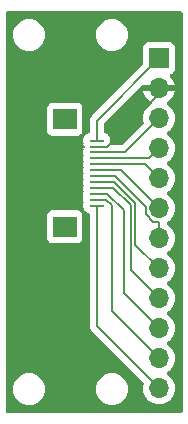
<source format=gbr>
%TF.GenerationSoftware,KiCad,Pcbnew,(7.0.0-0)*%
%TF.CreationDate,2023-06-30T11:37:05+08:00*%
%TF.ProjectId,cirque-connector,63697271-7565-42d6-936f-6e6e6563746f,rev?*%
%TF.SameCoordinates,Original*%
%TF.FileFunction,Copper,L1,Top*%
%TF.FilePolarity,Positive*%
%FSLAX46Y46*%
G04 Gerber Fmt 4.6, Leading zero omitted, Abs format (unit mm)*
G04 Created by KiCad (PCBNEW (7.0.0-0)) date 2023-06-30 11:37:05*
%MOMM*%
%LPD*%
G01*
G04 APERTURE LIST*
%TA.AperFunction,ComponentPad*%
%ADD10R,1.700000X1.700000*%
%TD*%
%TA.AperFunction,ComponentPad*%
%ADD11O,1.700000X1.700000*%
%TD*%
%TA.AperFunction,SMDPad,CuDef*%
%ADD12R,1.250000X0.280000*%
%TD*%
%TA.AperFunction,SMDPad,CuDef*%
%ADD13R,2.000000X1.800000*%
%TD*%
%TA.AperFunction,Conductor*%
%ADD14C,0.200000*%
%TD*%
G04 APERTURE END LIST*
D10*
%TO.P,J2,1,Pin_1*%
%TO.N,/3V*%
X40999999Y-54979999D03*
D11*
%TO.P,J2,2,Pin_2*%
%TO.N,/GND*%
X40999999Y-57519999D03*
%TO.P,J2,3,Pin_3*%
%TO.N,/SDA*%
X40999999Y-60059999D03*
%TO.P,J2,4,Pin_4*%
%TO.N,/SCL*%
X40999999Y-62599999D03*
%TO.P,J2,5,Pin_5*%
%TO.N,Net-(J1-Pin_5)*%
X40999999Y-65139999D03*
%TO.P,J2,6,Pin_6*%
%TO.N,/B2*%
X40999999Y-67679999D03*
%TO.P,J2,7,Pin_7*%
%TO.N,Net-(J1-Pin_7)*%
X40999999Y-70219999D03*
%TO.P,J2,8,Pin_8*%
%TO.N,/SI*%
X40999999Y-72759999D03*
%TO.P,J2,9,Pin_9*%
%TO.N,/DR*%
X40999999Y-75299999D03*
%TO.P,J2,10,Pin_10*%
%TO.N,/SS*%
X40999999Y-77839999D03*
%TO.P,J2,11,Pin_11*%
%TO.N,/SO*%
X40999999Y-80379999D03*
%TO.P,J2,12,Pin_12*%
%TO.N,/SCK*%
X40999999Y-82919999D03*
%TD*%
D12*
%TO.P,J1,1,Pin_1*%
%TO.N,/3V*%
X35723999Y-61949999D03*
%TO.P,J1,2,Pin_2*%
%TO.N,/GND*%
X35723999Y-62449999D03*
%TO.P,J1,3,Pin_3*%
%TO.N,/SDA*%
X35723999Y-62949999D03*
%TO.P,J1,4,Pin_4*%
%TO.N,/SCL*%
X35723999Y-63449999D03*
%TO.P,J1,5,Pin_5*%
%TO.N,Net-(J1-Pin_5)*%
X35723999Y-63949999D03*
%TO.P,J1,6,Pin_6*%
%TO.N,/B2*%
X35723999Y-64449999D03*
%TO.P,J1,7,Pin_7*%
%TO.N,Net-(J1-Pin_7)*%
X35723999Y-64949999D03*
%TO.P,J1,8,Pin_8*%
%TO.N,/SI*%
X35723999Y-65449999D03*
%TO.P,J1,9,Pin_9*%
%TO.N,/DR*%
X35723999Y-65949999D03*
%TO.P,J1,10,Pin_10*%
%TO.N,/SS*%
X35723999Y-66449999D03*
%TO.P,J1,11,Pin_11*%
%TO.N,/SO*%
X35723999Y-66949999D03*
%TO.P,J1,12,Pin_12*%
%TO.N,/SCK*%
X35723999Y-67449999D03*
D13*
%TO.P,J1,13*%
%TO.N,N/C*%
X32999999Y-69249999D03*
%TO.P,J1,14*%
X32999999Y-60149999D03*
%TD*%
D14*
%TO.N,/3V*%
X35724000Y-61950000D02*
X35724000Y-60256000D01*
X35724000Y-60256000D02*
X41000000Y-54980000D01*
%TO.N,/GND*%
X35724000Y-62450000D02*
X36589000Y-62450000D01*
X36589000Y-62450000D02*
X41000000Y-58039000D01*
X41000000Y-58039000D02*
X41000000Y-57520000D01*
%TO.N,/SDA*%
X38110000Y-62950000D02*
X41000000Y-60060000D01*
X35724000Y-62950000D02*
X38110000Y-62950000D01*
%TO.N,/SCL*%
X35724000Y-63450000D02*
X40150000Y-63450000D01*
X40150000Y-63450000D02*
X41000000Y-62600000D01*
%TO.N,Net-(J1-Pin_5)*%
X35724000Y-63950000D02*
X39810000Y-63950000D01*
X39810000Y-63950000D02*
X41000000Y-65140000D01*
%TO.N,/B2*%
X35724000Y-64450000D02*
X37770000Y-64450000D01*
X37770000Y-64450000D02*
X41000000Y-67680000D01*
%TO.N,Net-(J1-Pin_7)*%
X39850000Y-67530500D02*
X39850000Y-68156346D01*
X40523654Y-68830000D02*
X41000000Y-68830000D01*
X37269500Y-64950000D02*
X39850000Y-67530500D01*
X39850000Y-68156346D02*
X40523654Y-68830000D01*
X41000000Y-68830000D02*
X41000000Y-70220000D01*
X35724000Y-64950000D02*
X37269500Y-64950000D01*
%TO.N,/SI*%
X39000000Y-67246186D02*
X39000000Y-70760000D01*
X37203814Y-65450000D02*
X39000000Y-67246186D01*
X39000000Y-70760000D02*
X41000000Y-72760000D01*
X35724000Y-65450000D02*
X37203814Y-65450000D01*
%TO.N,/DR*%
X38600000Y-67411872D02*
X38600000Y-72900000D01*
X35724000Y-65950000D02*
X37138128Y-65950000D01*
X38600000Y-72900000D02*
X41000000Y-75300000D01*
X37138128Y-65950000D02*
X38600000Y-67411872D01*
%TO.N,/SS*%
X38000000Y-74840000D02*
X41000000Y-77840000D01*
X38000000Y-67861000D02*
X38000000Y-74840000D01*
X36589000Y-66450000D02*
X38000000Y-67861000D01*
X35724000Y-66450000D02*
X36589000Y-66450000D01*
%TO.N,/SO*%
X37000000Y-76380000D02*
X41000000Y-80380000D01*
X37000000Y-67426686D02*
X37000000Y-76380000D01*
X36523314Y-66950000D02*
X37000000Y-67426686D01*
X35724000Y-66950000D02*
X36523314Y-66950000D01*
%TO.N,/SCK*%
X35724000Y-77644000D02*
X41000000Y-82920000D01*
X35724000Y-67450000D02*
X35724000Y-77644000D01*
%TD*%
%TA.AperFunction,Conductor*%
%TO.N,/GND*%
G36*
X42927500Y-51027113D02*
G01*
X42972887Y-51072500D01*
X42989500Y-51134500D01*
X42989500Y-84865500D01*
X42972887Y-84927500D01*
X42927500Y-84972887D01*
X42865500Y-84989500D01*
X28134500Y-84989500D01*
X28072500Y-84972887D01*
X28027113Y-84927500D01*
X28010500Y-84865500D01*
X28010500Y-83000000D01*
X28644341Y-83000000D01*
X28664937Y-83235408D01*
X28666336Y-83240630D01*
X28666337Y-83240634D01*
X28724694Y-83458430D01*
X28724697Y-83458438D01*
X28726097Y-83463663D01*
X28825965Y-83677829D01*
X28961505Y-83871401D01*
X29128599Y-84038495D01*
X29322171Y-84174035D01*
X29536337Y-84273903D01*
X29541567Y-84275304D01*
X29541569Y-84275305D01*
X29583619Y-84286572D01*
X29764592Y-84335063D01*
X29941034Y-84350500D01*
X30056258Y-84350500D01*
X30058966Y-84350500D01*
X30235408Y-84335063D01*
X30463663Y-84273903D01*
X30677829Y-84174035D01*
X30871401Y-84038495D01*
X31038495Y-83871401D01*
X31174035Y-83677830D01*
X31273903Y-83463663D01*
X31335063Y-83235408D01*
X31355659Y-83000000D01*
X35644341Y-83000000D01*
X35664937Y-83235408D01*
X35666336Y-83240630D01*
X35666337Y-83240634D01*
X35724694Y-83458430D01*
X35724697Y-83458438D01*
X35726097Y-83463663D01*
X35825965Y-83677829D01*
X35961505Y-83871401D01*
X36128599Y-84038495D01*
X36322171Y-84174035D01*
X36536337Y-84273903D01*
X36541567Y-84275304D01*
X36541569Y-84275305D01*
X36583619Y-84286572D01*
X36764592Y-84335063D01*
X36941034Y-84350500D01*
X37056258Y-84350500D01*
X37058966Y-84350500D01*
X37235408Y-84335063D01*
X37463663Y-84273903D01*
X37677829Y-84174035D01*
X37871401Y-84038495D01*
X38038495Y-83871401D01*
X38174035Y-83677830D01*
X38273903Y-83463663D01*
X38335063Y-83235408D01*
X38355659Y-83000000D01*
X38335063Y-82764592D01*
X38273903Y-82536337D01*
X38174035Y-82322171D01*
X38038495Y-82128599D01*
X37871401Y-81961505D01*
X37677829Y-81825965D01*
X37609908Y-81794292D01*
X37468572Y-81728386D01*
X37468570Y-81728385D01*
X37463663Y-81726097D01*
X37458438Y-81724697D01*
X37458430Y-81724694D01*
X37240634Y-81666337D01*
X37240630Y-81666336D01*
X37235408Y-81664937D01*
X37230020Y-81664465D01*
X37230017Y-81664465D01*
X37061664Y-81649736D01*
X37061662Y-81649735D01*
X37058966Y-81649500D01*
X36941034Y-81649500D01*
X36938338Y-81649735D01*
X36938335Y-81649736D01*
X36769982Y-81664465D01*
X36769977Y-81664465D01*
X36764592Y-81664937D01*
X36759371Y-81666335D01*
X36759365Y-81666337D01*
X36541569Y-81724694D01*
X36541557Y-81724698D01*
X36536337Y-81726097D01*
X36531432Y-81728383D01*
X36531427Y-81728386D01*
X36327081Y-81823675D01*
X36327077Y-81823677D01*
X36322171Y-81825965D01*
X36317738Y-81829068D01*
X36317731Y-81829073D01*
X36133034Y-81958399D01*
X36133029Y-81958402D01*
X36128599Y-81961505D01*
X36124775Y-81965328D01*
X36124769Y-81965334D01*
X35965336Y-82124767D01*
X35965330Y-82124773D01*
X35961505Y-82128599D01*
X35958406Y-82133023D01*
X35958399Y-82133033D01*
X35829066Y-82317740D01*
X35829061Y-82317747D01*
X35825965Y-82322170D01*
X35823683Y-82327061D01*
X35823678Y-82327072D01*
X35728386Y-82531427D01*
X35728383Y-82531432D01*
X35726097Y-82536337D01*
X35724698Y-82541557D01*
X35724694Y-82541569D01*
X35666337Y-82759365D01*
X35666335Y-82759371D01*
X35664937Y-82764592D01*
X35644341Y-83000000D01*
X31355659Y-83000000D01*
X31335063Y-82764592D01*
X31273903Y-82536337D01*
X31174035Y-82322171D01*
X31038495Y-82128599D01*
X30871401Y-81961505D01*
X30677829Y-81825965D01*
X30609908Y-81794292D01*
X30468572Y-81728386D01*
X30468570Y-81728385D01*
X30463663Y-81726097D01*
X30458438Y-81724697D01*
X30458430Y-81724694D01*
X30240634Y-81666337D01*
X30240630Y-81666336D01*
X30235408Y-81664937D01*
X30230020Y-81664465D01*
X30230017Y-81664465D01*
X30061664Y-81649736D01*
X30061662Y-81649735D01*
X30058966Y-81649500D01*
X29941034Y-81649500D01*
X29938338Y-81649735D01*
X29938335Y-81649736D01*
X29769982Y-81664465D01*
X29769977Y-81664465D01*
X29764592Y-81664937D01*
X29759371Y-81666335D01*
X29759365Y-81666337D01*
X29541569Y-81724694D01*
X29541557Y-81724698D01*
X29536337Y-81726097D01*
X29531432Y-81728383D01*
X29531427Y-81728386D01*
X29327081Y-81823675D01*
X29327077Y-81823677D01*
X29322171Y-81825965D01*
X29317738Y-81829068D01*
X29317731Y-81829073D01*
X29133034Y-81958399D01*
X29133029Y-81958402D01*
X29128599Y-81961505D01*
X29124775Y-81965328D01*
X29124769Y-81965334D01*
X28965336Y-82124767D01*
X28965330Y-82124773D01*
X28961505Y-82128599D01*
X28958406Y-82133023D01*
X28958399Y-82133033D01*
X28829066Y-82317740D01*
X28829061Y-82317747D01*
X28825965Y-82322170D01*
X28823683Y-82327061D01*
X28823678Y-82327072D01*
X28728386Y-82531427D01*
X28728383Y-82531432D01*
X28726097Y-82536337D01*
X28724698Y-82541557D01*
X28724694Y-82541569D01*
X28666337Y-82759365D01*
X28666335Y-82759371D01*
X28664937Y-82764592D01*
X28644341Y-83000000D01*
X28010500Y-83000000D01*
X28010500Y-70194578D01*
X31499500Y-70194578D01*
X31499501Y-70197872D01*
X31499853Y-70201150D01*
X31499854Y-70201161D01*
X31505079Y-70249768D01*
X31505080Y-70249773D01*
X31505909Y-70257483D01*
X31508619Y-70264749D01*
X31508620Y-70264753D01*
X31542217Y-70354831D01*
X31556204Y-70392331D01*
X31642454Y-70507546D01*
X31757669Y-70593796D01*
X31892517Y-70644091D01*
X31952127Y-70650500D01*
X34047872Y-70650499D01*
X34107483Y-70644091D01*
X34242331Y-70593796D01*
X34357546Y-70507546D01*
X34443796Y-70392331D01*
X34494091Y-70257483D01*
X34500500Y-70197873D01*
X34500499Y-68302128D01*
X34494091Y-68242517D01*
X34443796Y-68107669D01*
X34357546Y-67992454D01*
X34288076Y-67940449D01*
X34249431Y-67911519D01*
X34249430Y-67911518D01*
X34242331Y-67906204D01*
X34107483Y-67855909D01*
X34099770Y-67855079D01*
X34099767Y-67855079D01*
X34051180Y-67849855D01*
X34051169Y-67849854D01*
X34047873Y-67849500D01*
X34044550Y-67849500D01*
X31955439Y-67849500D01*
X31955420Y-67849500D01*
X31952128Y-67849501D01*
X31948850Y-67849853D01*
X31948838Y-67849854D01*
X31900231Y-67855079D01*
X31900225Y-67855080D01*
X31892517Y-67855909D01*
X31885252Y-67858618D01*
X31885246Y-67858620D01*
X31765980Y-67903104D01*
X31765978Y-67903104D01*
X31757669Y-67906204D01*
X31750572Y-67911516D01*
X31750568Y-67911519D01*
X31649550Y-67987141D01*
X31649546Y-67987144D01*
X31642454Y-67992454D01*
X31637144Y-67999546D01*
X31637141Y-67999550D01*
X31561519Y-68100568D01*
X31561516Y-68100572D01*
X31556204Y-68107669D01*
X31553104Y-68115978D01*
X31553104Y-68115980D01*
X31508620Y-68235247D01*
X31508619Y-68235250D01*
X31505909Y-68242517D01*
X31505079Y-68250227D01*
X31505079Y-68250232D01*
X31499855Y-68298819D01*
X31499854Y-68298831D01*
X31499500Y-68302127D01*
X31499500Y-68305448D01*
X31499500Y-68305449D01*
X31499500Y-70194560D01*
X31499500Y-70194578D01*
X28010500Y-70194578D01*
X28010500Y-67634578D01*
X34598500Y-67634578D01*
X34598501Y-67637872D01*
X34598853Y-67641150D01*
X34598854Y-67641161D01*
X34604079Y-67689768D01*
X34604080Y-67689773D01*
X34604909Y-67697483D01*
X34607619Y-67704749D01*
X34607620Y-67704753D01*
X34641217Y-67794831D01*
X34655204Y-67832331D01*
X34660518Y-67839430D01*
X34660519Y-67839431D01*
X34672854Y-67855909D01*
X34741454Y-67947546D01*
X34856669Y-68033796D01*
X34991517Y-68084091D01*
X35007985Y-68085861D01*
X35012758Y-68086375D01*
X35069005Y-68106975D01*
X35109032Y-68151537D01*
X35123500Y-68209664D01*
X35123500Y-77596513D01*
X35122438Y-77612698D01*
X35118318Y-77644000D01*
X35119379Y-77652059D01*
X35123500Y-77683361D01*
X35137894Y-77792702D01*
X35137895Y-77792708D01*
X35138956Y-77800762D01*
X35142065Y-77808268D01*
X35142066Y-77808271D01*
X35157444Y-77845396D01*
X35199464Y-77946841D01*
X35295718Y-78072282D01*
X35302164Y-78077228D01*
X35320769Y-78091504D01*
X35332964Y-78102199D01*
X39667233Y-82436468D01*
X39699327Y-82492055D01*
X39699327Y-82556241D01*
X39666337Y-82679362D01*
X39666334Y-82679376D01*
X39664937Y-82684592D01*
X39664465Y-82689977D01*
X39664465Y-82689982D01*
X39657466Y-82769982D01*
X39644341Y-82920000D01*
X39664937Y-83155408D01*
X39666336Y-83160630D01*
X39666337Y-83160634D01*
X39724694Y-83378430D01*
X39724697Y-83378438D01*
X39726097Y-83383663D01*
X39728385Y-83388570D01*
X39728386Y-83388572D01*
X39823678Y-83592927D01*
X39823681Y-83592933D01*
X39825965Y-83597830D01*
X39829064Y-83602257D01*
X39829066Y-83602259D01*
X39958399Y-83786966D01*
X39958402Y-83786970D01*
X39961505Y-83791401D01*
X40128599Y-83958495D01*
X40322170Y-84094035D01*
X40536337Y-84193903D01*
X40764592Y-84255063D01*
X41000000Y-84275659D01*
X41235408Y-84255063D01*
X41463663Y-84193903D01*
X41677830Y-84094035D01*
X41871401Y-83958495D01*
X42038495Y-83791401D01*
X42174035Y-83597830D01*
X42273903Y-83383663D01*
X42335063Y-83155408D01*
X42355659Y-82920000D01*
X42335063Y-82684592D01*
X42286572Y-82503619D01*
X42275305Y-82461569D01*
X42275304Y-82461567D01*
X42273903Y-82456337D01*
X42174035Y-82242171D01*
X42038495Y-82048599D01*
X41871401Y-81881505D01*
X41866968Y-81878401D01*
X41866961Y-81878395D01*
X41685842Y-81751575D01*
X41646976Y-81707257D01*
X41632965Y-81650000D01*
X41646976Y-81592743D01*
X41685842Y-81548425D01*
X41866961Y-81421604D01*
X41866961Y-81421603D01*
X41871401Y-81418495D01*
X42038495Y-81251401D01*
X42174035Y-81057830D01*
X42273903Y-80843663D01*
X42335063Y-80615408D01*
X42355659Y-80380000D01*
X42335063Y-80144592D01*
X42286572Y-79963619D01*
X42275305Y-79921569D01*
X42275304Y-79921567D01*
X42273903Y-79916337D01*
X42174035Y-79702171D01*
X42038495Y-79508599D01*
X41871401Y-79341505D01*
X41866968Y-79338401D01*
X41866961Y-79338395D01*
X41685842Y-79211575D01*
X41646976Y-79167257D01*
X41632965Y-79110000D01*
X41646976Y-79052743D01*
X41685842Y-79008425D01*
X41866961Y-78881604D01*
X41866961Y-78881603D01*
X41871401Y-78878495D01*
X42038495Y-78711401D01*
X42174035Y-78517830D01*
X42273903Y-78303663D01*
X42335063Y-78075408D01*
X42355659Y-77840000D01*
X42335063Y-77604592D01*
X42286572Y-77423619D01*
X42275305Y-77381569D01*
X42275304Y-77381567D01*
X42273903Y-77376337D01*
X42174035Y-77162171D01*
X42038495Y-76968599D01*
X41871401Y-76801505D01*
X41866968Y-76798401D01*
X41866961Y-76798395D01*
X41685842Y-76671575D01*
X41646976Y-76627257D01*
X41632965Y-76570000D01*
X41646976Y-76512743D01*
X41685842Y-76468425D01*
X41866961Y-76341604D01*
X41866961Y-76341603D01*
X41871401Y-76338495D01*
X42038495Y-76171401D01*
X42174035Y-75977830D01*
X42273903Y-75763663D01*
X42335063Y-75535408D01*
X42355659Y-75300000D01*
X42335063Y-75064592D01*
X42286572Y-74883619D01*
X42275305Y-74841569D01*
X42275304Y-74841567D01*
X42273903Y-74836337D01*
X42174035Y-74622171D01*
X42038495Y-74428599D01*
X41871401Y-74261505D01*
X41866968Y-74258401D01*
X41866961Y-74258395D01*
X41685842Y-74131575D01*
X41646976Y-74087257D01*
X41632965Y-74030000D01*
X41646976Y-73972743D01*
X41685842Y-73928425D01*
X41866961Y-73801604D01*
X41866961Y-73801603D01*
X41871401Y-73798495D01*
X42038495Y-73631401D01*
X42174035Y-73437830D01*
X42273903Y-73223663D01*
X42335063Y-72995408D01*
X42355659Y-72760000D01*
X42335063Y-72524592D01*
X42286572Y-72343619D01*
X42275305Y-72301569D01*
X42275304Y-72301567D01*
X42273903Y-72296337D01*
X42174035Y-72082171D01*
X42038495Y-71888599D01*
X41871401Y-71721505D01*
X41866968Y-71718401D01*
X41866961Y-71718395D01*
X41685842Y-71591575D01*
X41646976Y-71547257D01*
X41632965Y-71490000D01*
X41646976Y-71432743D01*
X41685842Y-71388425D01*
X41866961Y-71261604D01*
X41866961Y-71261603D01*
X41871401Y-71258495D01*
X42038495Y-71091401D01*
X42174035Y-70897830D01*
X42273903Y-70683663D01*
X42335063Y-70455408D01*
X42355659Y-70220000D01*
X42335063Y-69984592D01*
X42273903Y-69756337D01*
X42174035Y-69542171D01*
X42038495Y-69348599D01*
X41871401Y-69181505D01*
X41866968Y-69178401D01*
X41866961Y-69178395D01*
X41685842Y-69051575D01*
X41646976Y-69007257D01*
X41632965Y-68950000D01*
X41646976Y-68892743D01*
X41685842Y-68848425D01*
X41866961Y-68721604D01*
X41866961Y-68721603D01*
X41871401Y-68718495D01*
X42038495Y-68551401D01*
X42174035Y-68357830D01*
X42273903Y-68143663D01*
X42335063Y-67915408D01*
X42355659Y-67680000D01*
X42335063Y-67444592D01*
X42273903Y-67216337D01*
X42174035Y-67002171D01*
X42038495Y-66808599D01*
X41871401Y-66641505D01*
X41866968Y-66638401D01*
X41866961Y-66638395D01*
X41685842Y-66511575D01*
X41646976Y-66467257D01*
X41632965Y-66410000D01*
X41646976Y-66352743D01*
X41685842Y-66308425D01*
X41866961Y-66181604D01*
X41866961Y-66181603D01*
X41871401Y-66178495D01*
X42038495Y-66011401D01*
X42174035Y-65817830D01*
X42273903Y-65603663D01*
X42335063Y-65375408D01*
X42355659Y-65140000D01*
X42335063Y-64904592D01*
X42283678Y-64712818D01*
X42275305Y-64681569D01*
X42275304Y-64681567D01*
X42273903Y-64676337D01*
X42174035Y-64462171D01*
X42038495Y-64268599D01*
X41871401Y-64101505D01*
X41866970Y-64098402D01*
X41866966Y-64098399D01*
X41685841Y-63971574D01*
X41646976Y-63927256D01*
X41632965Y-63869999D01*
X41646976Y-63812742D01*
X41685839Y-63768426D01*
X41871401Y-63638495D01*
X42038495Y-63471401D01*
X42174035Y-63277830D01*
X42273903Y-63063663D01*
X42335063Y-62835408D01*
X42355659Y-62600000D01*
X42335063Y-62364592D01*
X42273903Y-62136337D01*
X42174035Y-61922171D01*
X42038495Y-61728599D01*
X41871401Y-61561505D01*
X41866968Y-61558401D01*
X41866961Y-61558395D01*
X41685842Y-61431575D01*
X41646976Y-61387257D01*
X41632965Y-61330000D01*
X41646976Y-61272743D01*
X41685842Y-61228425D01*
X41866961Y-61101604D01*
X41866961Y-61101603D01*
X41871401Y-61098495D01*
X42038495Y-60931401D01*
X42174035Y-60737830D01*
X42273903Y-60523663D01*
X42335063Y-60295408D01*
X42355659Y-60060000D01*
X42335063Y-59824592D01*
X42273903Y-59596337D01*
X42174035Y-59382171D01*
X42038495Y-59188599D01*
X41871401Y-59021505D01*
X41866970Y-59018402D01*
X41866966Y-59018399D01*
X41685405Y-58891269D01*
X41646540Y-58846951D01*
X41632529Y-58789694D01*
X41646540Y-58732437D01*
X41685406Y-58688119D01*
X41866638Y-58561219D01*
X41874909Y-58554278D01*
X42034278Y-58394909D01*
X42041215Y-58386643D01*
X42170498Y-58202008D01*
X42175886Y-58192676D01*
X42271143Y-57988397D01*
X42274831Y-57978263D01*
X42326943Y-57783780D01*
X42327311Y-57772551D01*
X42316369Y-57770000D01*
X39683631Y-57770000D01*
X39672688Y-57772551D01*
X39673056Y-57783780D01*
X39725168Y-57978263D01*
X39728856Y-57988397D01*
X39824113Y-58192676D01*
X39829501Y-58202008D01*
X39958784Y-58386643D01*
X39965721Y-58394909D01*
X40125090Y-58554278D01*
X40133356Y-58561215D01*
X40314595Y-58688120D01*
X40353460Y-58732438D01*
X40367471Y-58789695D01*
X40353460Y-58846952D01*
X40314594Y-58891270D01*
X40133034Y-59018399D01*
X40133029Y-59018402D01*
X40128599Y-59021505D01*
X40124775Y-59025328D01*
X40124769Y-59025334D01*
X39965334Y-59184769D01*
X39965328Y-59184775D01*
X39961505Y-59188599D01*
X39958402Y-59193029D01*
X39958399Y-59193034D01*
X39829073Y-59377731D01*
X39829068Y-59377738D01*
X39825965Y-59382171D01*
X39823677Y-59387077D01*
X39823675Y-59387081D01*
X39728386Y-59591427D01*
X39728383Y-59591432D01*
X39726097Y-59596337D01*
X39724698Y-59601557D01*
X39724694Y-59601569D01*
X39666337Y-59819365D01*
X39666335Y-59819371D01*
X39664937Y-59824592D01*
X39664465Y-59829977D01*
X39664465Y-59829982D01*
X39652690Y-59964567D01*
X39644341Y-60060000D01*
X39644813Y-60065395D01*
X39664227Y-60287302D01*
X39664937Y-60295408D01*
X39666336Y-60300630D01*
X39666337Y-60300634D01*
X39699327Y-60423756D01*
X39699327Y-60487943D01*
X39667233Y-60543530D01*
X37897584Y-62313181D01*
X37857356Y-62340061D01*
X37809903Y-62349500D01*
X36969772Y-62349500D01*
X36911645Y-62335032D01*
X36867082Y-62295004D01*
X36846483Y-62238756D01*
X36843993Y-62215598D01*
X36843993Y-62189093D01*
X36849500Y-62137873D01*
X36849499Y-61762128D01*
X36843091Y-61702517D01*
X36792796Y-61567669D01*
X36706546Y-61452454D01*
X36671161Y-61425965D01*
X36598431Y-61371519D01*
X36598430Y-61371518D01*
X36591331Y-61366204D01*
X36456483Y-61315909D01*
X36448770Y-61315079D01*
X36448767Y-61315079D01*
X36435242Y-61313625D01*
X36378995Y-61293025D01*
X36338968Y-61248463D01*
X36324500Y-61190336D01*
X36324500Y-60556097D01*
X36333939Y-60508644D01*
X36360819Y-60468416D01*
X36884142Y-59945093D01*
X39534031Y-57295202D01*
X39587659Y-57263653D01*
X39649867Y-57262127D01*
X39683630Y-57270000D01*
X42316369Y-57270000D01*
X42327311Y-57267448D01*
X42326943Y-57256219D01*
X42274831Y-57061736D01*
X42271143Y-57051602D01*
X42175889Y-56847332D01*
X42170491Y-56837982D01*
X42041215Y-56653357D01*
X42034280Y-56645092D01*
X41916053Y-56526865D01*
X41884757Y-56474119D01*
X41882568Y-56412825D01*
X41910022Y-56357981D01*
X41960398Y-56323003D01*
X42092331Y-56273796D01*
X42207546Y-56187546D01*
X42293796Y-56072331D01*
X42344091Y-55937483D01*
X42350500Y-55877873D01*
X42350499Y-54082128D01*
X42344091Y-54022517D01*
X42293796Y-53887669D01*
X42207546Y-53772454D01*
X42092331Y-53686204D01*
X41957483Y-53635909D01*
X41949770Y-53635079D01*
X41949767Y-53635079D01*
X41901180Y-53629855D01*
X41901169Y-53629854D01*
X41897873Y-53629500D01*
X41894550Y-53629500D01*
X40105439Y-53629500D01*
X40105420Y-53629500D01*
X40102128Y-53629501D01*
X40098850Y-53629853D01*
X40098838Y-53629854D01*
X40050231Y-53635079D01*
X40050225Y-53635080D01*
X40042517Y-53635909D01*
X40035252Y-53638618D01*
X40035246Y-53638620D01*
X39915980Y-53683104D01*
X39915978Y-53683104D01*
X39907669Y-53686204D01*
X39900572Y-53691516D01*
X39900568Y-53691519D01*
X39799550Y-53767141D01*
X39799546Y-53767144D01*
X39792454Y-53772454D01*
X39787144Y-53779546D01*
X39787141Y-53779550D01*
X39711519Y-53880568D01*
X39711516Y-53880572D01*
X39706204Y-53887669D01*
X39703104Y-53895978D01*
X39703104Y-53895980D01*
X39658620Y-54015247D01*
X39658619Y-54015250D01*
X39655909Y-54022517D01*
X39655079Y-54030227D01*
X39655079Y-54030232D01*
X39649855Y-54078819D01*
X39649854Y-54078831D01*
X39649500Y-54082127D01*
X39649500Y-54085449D01*
X39649500Y-55429902D01*
X39640061Y-55477355D01*
X39613181Y-55517583D01*
X35332965Y-59797798D01*
X35320774Y-59808490D01*
X35302164Y-59822770D01*
X35302156Y-59822777D01*
X35295718Y-59827718D01*
X35290777Y-59834156D01*
X35290774Y-59834160D01*
X35205652Y-59945093D01*
X35205650Y-59945095D01*
X35199464Y-59953158D01*
X35199464Y-59953159D01*
X35194314Y-59965590D01*
X35194314Y-59965591D01*
X35142066Y-60091728D01*
X35142064Y-60091733D01*
X35138956Y-60099238D01*
X35137896Y-60107289D01*
X35137894Y-60107297D01*
X35119702Y-60245482D01*
X35118318Y-60256000D01*
X35119379Y-60264059D01*
X35122439Y-60287302D01*
X35123500Y-60303487D01*
X35123500Y-61190336D01*
X35109032Y-61248464D01*
X35069003Y-61293027D01*
X35012754Y-61313626D01*
X34999231Y-61315079D01*
X34999225Y-61315080D01*
X34991517Y-61315909D01*
X34984252Y-61318618D01*
X34984246Y-61318620D01*
X34864980Y-61363104D01*
X34864978Y-61363104D01*
X34856669Y-61366204D01*
X34849572Y-61371516D01*
X34849568Y-61371519D01*
X34748550Y-61447141D01*
X34748546Y-61447144D01*
X34741454Y-61452454D01*
X34736144Y-61459546D01*
X34736141Y-61459550D01*
X34660519Y-61560568D01*
X34660516Y-61560572D01*
X34655204Y-61567669D01*
X34652104Y-61575978D01*
X34652104Y-61575980D01*
X34607620Y-61695247D01*
X34607619Y-61695250D01*
X34604909Y-61702517D01*
X34604079Y-61710227D01*
X34604079Y-61710232D01*
X34598855Y-61758819D01*
X34598854Y-61758831D01*
X34598500Y-61762127D01*
X34598500Y-61765448D01*
X34598500Y-61765449D01*
X34598500Y-62134560D01*
X34598500Y-62134578D01*
X34598501Y-62137872D01*
X34598852Y-62141145D01*
X34598854Y-62141166D01*
X34604006Y-62189093D01*
X34604006Y-62215596D01*
X34599353Y-62258878D01*
X34599000Y-62265482D01*
X34599000Y-62293674D01*
X34602450Y-62306549D01*
X34602843Y-62306655D01*
X34640253Y-62323739D01*
X34670018Y-62352120D01*
X34687662Y-62375690D01*
X34709560Y-62423643D01*
X34709560Y-62476359D01*
X34687660Y-62524312D01*
X34670016Y-62547881D01*
X34640253Y-62576259D01*
X34602846Y-62593343D01*
X34602450Y-62593448D01*
X34599000Y-62606326D01*
X34599000Y-62634518D01*
X34599353Y-62641116D01*
X34604007Y-62684403D01*
X34604007Y-62710906D01*
X34598500Y-62762127D01*
X34598500Y-62765448D01*
X34598500Y-62765449D01*
X34598500Y-63134560D01*
X34598500Y-63134578D01*
X34598501Y-63137872D01*
X34598853Y-63141150D01*
X34598854Y-63141161D01*
X34603755Y-63186747D01*
X34603755Y-63213250D01*
X34598500Y-63262127D01*
X34598500Y-63265448D01*
X34598500Y-63265449D01*
X34598500Y-63634560D01*
X34598500Y-63634578D01*
X34598501Y-63637872D01*
X34598853Y-63641150D01*
X34598854Y-63641161D01*
X34603755Y-63686747D01*
X34603755Y-63713250D01*
X34598500Y-63762127D01*
X34598500Y-63765448D01*
X34598500Y-63765449D01*
X34598500Y-64134560D01*
X34598500Y-64134578D01*
X34598501Y-64137872D01*
X34598853Y-64141150D01*
X34598854Y-64141161D01*
X34603755Y-64186747D01*
X34603755Y-64213250D01*
X34598500Y-64262127D01*
X34598500Y-64265448D01*
X34598500Y-64265449D01*
X34598500Y-64634560D01*
X34598500Y-64634578D01*
X34598501Y-64637872D01*
X34598853Y-64641150D01*
X34598854Y-64641161D01*
X34603755Y-64686747D01*
X34603755Y-64713250D01*
X34598500Y-64762127D01*
X34598500Y-64765448D01*
X34598500Y-64765449D01*
X34598500Y-65134560D01*
X34598500Y-65134578D01*
X34598501Y-65137872D01*
X34598853Y-65141150D01*
X34598854Y-65141161D01*
X34603755Y-65186747D01*
X34603755Y-65213250D01*
X34598500Y-65262127D01*
X34598500Y-65265448D01*
X34598500Y-65265449D01*
X34598500Y-65634560D01*
X34598500Y-65634578D01*
X34598501Y-65637872D01*
X34598853Y-65641150D01*
X34598854Y-65641161D01*
X34603755Y-65686747D01*
X34603755Y-65713250D01*
X34598500Y-65762127D01*
X34598500Y-65765448D01*
X34598500Y-65765449D01*
X34598500Y-66134560D01*
X34598500Y-66134578D01*
X34598501Y-66137872D01*
X34598853Y-66141150D01*
X34598854Y-66141161D01*
X34603755Y-66186747D01*
X34603755Y-66213250D01*
X34598500Y-66262127D01*
X34598500Y-66265448D01*
X34598500Y-66265449D01*
X34598500Y-66634560D01*
X34598500Y-66634578D01*
X34598501Y-66637872D01*
X34598853Y-66641150D01*
X34598854Y-66641161D01*
X34603755Y-66686747D01*
X34603755Y-66713250D01*
X34598500Y-66762127D01*
X34598500Y-66765448D01*
X34598500Y-66765449D01*
X34598500Y-67134560D01*
X34598500Y-67134578D01*
X34598501Y-67137872D01*
X34598853Y-67141150D01*
X34598854Y-67141161D01*
X34603755Y-67186747D01*
X34603755Y-67213250D01*
X34598500Y-67262127D01*
X34598500Y-67265448D01*
X34598500Y-67265449D01*
X34598500Y-67634560D01*
X34598500Y-67634578D01*
X28010500Y-67634578D01*
X28010500Y-61094578D01*
X31499500Y-61094578D01*
X31499501Y-61097872D01*
X31499853Y-61101150D01*
X31499854Y-61101161D01*
X31505079Y-61149768D01*
X31505080Y-61149773D01*
X31505909Y-61157483D01*
X31508619Y-61164749D01*
X31508620Y-61164753D01*
X31534461Y-61234035D01*
X31556204Y-61292331D01*
X31561518Y-61299430D01*
X31561519Y-61299431D01*
X31627265Y-61387257D01*
X31642454Y-61407546D01*
X31757669Y-61493796D01*
X31892517Y-61544091D01*
X31952127Y-61550500D01*
X34047872Y-61550499D01*
X34107483Y-61544091D01*
X34242331Y-61493796D01*
X34357546Y-61407546D01*
X34443796Y-61292331D01*
X34494091Y-61157483D01*
X34500500Y-61097873D01*
X34500499Y-59202128D01*
X34494091Y-59142517D01*
X34443796Y-59007669D01*
X34357546Y-58892454D01*
X34242331Y-58806204D01*
X34107483Y-58755909D01*
X34099770Y-58755079D01*
X34099767Y-58755079D01*
X34051180Y-58749855D01*
X34051169Y-58749854D01*
X34047873Y-58749500D01*
X34044550Y-58749500D01*
X31955439Y-58749500D01*
X31955420Y-58749500D01*
X31952128Y-58749501D01*
X31948850Y-58749853D01*
X31948838Y-58749854D01*
X31900231Y-58755079D01*
X31900225Y-58755080D01*
X31892517Y-58755909D01*
X31885252Y-58758618D01*
X31885246Y-58758620D01*
X31765980Y-58803104D01*
X31765978Y-58803104D01*
X31757669Y-58806204D01*
X31750572Y-58811516D01*
X31750568Y-58811519D01*
X31649550Y-58887141D01*
X31649546Y-58887144D01*
X31642454Y-58892454D01*
X31637144Y-58899546D01*
X31637141Y-58899550D01*
X31561519Y-59000568D01*
X31561516Y-59000572D01*
X31556204Y-59007669D01*
X31553104Y-59015978D01*
X31553104Y-59015980D01*
X31508620Y-59135247D01*
X31508619Y-59135250D01*
X31505909Y-59142517D01*
X31505079Y-59150227D01*
X31505079Y-59150232D01*
X31499855Y-59198819D01*
X31499854Y-59198831D01*
X31499500Y-59202127D01*
X31499500Y-59205448D01*
X31499500Y-59205449D01*
X31499500Y-61094560D01*
X31499500Y-61094578D01*
X28010500Y-61094578D01*
X28010500Y-53000000D01*
X28644341Y-53000000D01*
X28664937Y-53235408D01*
X28666336Y-53240630D01*
X28666337Y-53240634D01*
X28724694Y-53458430D01*
X28724697Y-53458438D01*
X28726097Y-53463663D01*
X28825965Y-53677829D01*
X28829072Y-53682266D01*
X28829073Y-53682268D01*
X28914350Y-53804057D01*
X28961505Y-53871401D01*
X29128599Y-54038495D01*
X29322171Y-54174035D01*
X29536337Y-54273903D01*
X29764592Y-54335063D01*
X29941034Y-54350500D01*
X30056258Y-54350500D01*
X30058966Y-54350500D01*
X30235408Y-54335063D01*
X30463663Y-54273903D01*
X30677829Y-54174035D01*
X30871401Y-54038495D01*
X31038495Y-53871401D01*
X31174035Y-53677830D01*
X31273903Y-53463663D01*
X31335063Y-53235408D01*
X31355659Y-53000000D01*
X35644341Y-53000000D01*
X35664937Y-53235408D01*
X35666336Y-53240630D01*
X35666337Y-53240634D01*
X35724694Y-53458430D01*
X35724697Y-53458438D01*
X35726097Y-53463663D01*
X35825965Y-53677829D01*
X35829072Y-53682266D01*
X35829073Y-53682268D01*
X35914350Y-53804057D01*
X35961505Y-53871401D01*
X36128599Y-54038495D01*
X36322171Y-54174035D01*
X36536337Y-54273903D01*
X36764592Y-54335063D01*
X36941034Y-54350500D01*
X37056258Y-54350500D01*
X37058966Y-54350500D01*
X37235408Y-54335063D01*
X37463663Y-54273903D01*
X37677829Y-54174035D01*
X37871401Y-54038495D01*
X38038495Y-53871401D01*
X38174035Y-53677830D01*
X38273903Y-53463663D01*
X38335063Y-53235408D01*
X38355659Y-53000000D01*
X38335063Y-52764592D01*
X38273903Y-52536337D01*
X38174035Y-52322171D01*
X38038495Y-52128599D01*
X37871401Y-51961505D01*
X37677829Y-51825965D01*
X37463663Y-51726097D01*
X37458438Y-51724697D01*
X37458430Y-51724694D01*
X37240634Y-51666337D01*
X37240630Y-51666336D01*
X37235408Y-51664937D01*
X37230020Y-51664465D01*
X37230017Y-51664465D01*
X37061664Y-51649736D01*
X37061662Y-51649735D01*
X37058966Y-51649500D01*
X36941034Y-51649500D01*
X36938338Y-51649735D01*
X36938335Y-51649736D01*
X36769982Y-51664465D01*
X36769977Y-51664465D01*
X36764592Y-51664937D01*
X36759371Y-51666335D01*
X36759365Y-51666337D01*
X36541569Y-51724694D01*
X36541557Y-51724698D01*
X36536337Y-51726097D01*
X36531432Y-51728383D01*
X36531427Y-51728386D01*
X36327081Y-51823675D01*
X36327077Y-51823677D01*
X36322171Y-51825965D01*
X36317738Y-51829068D01*
X36317731Y-51829073D01*
X36133034Y-51958399D01*
X36133029Y-51958402D01*
X36128599Y-51961505D01*
X36124775Y-51965328D01*
X36124769Y-51965334D01*
X35965336Y-52124767D01*
X35965330Y-52124773D01*
X35961505Y-52128599D01*
X35958406Y-52133023D01*
X35958399Y-52133033D01*
X35829066Y-52317740D01*
X35829061Y-52317747D01*
X35825965Y-52322170D01*
X35823683Y-52327061D01*
X35823678Y-52327072D01*
X35728386Y-52531427D01*
X35728383Y-52531432D01*
X35726097Y-52536337D01*
X35724698Y-52541557D01*
X35724694Y-52541569D01*
X35666337Y-52759365D01*
X35666335Y-52759371D01*
X35664937Y-52764592D01*
X35644341Y-53000000D01*
X31355659Y-53000000D01*
X31335063Y-52764592D01*
X31273903Y-52536337D01*
X31174035Y-52322171D01*
X31038495Y-52128599D01*
X30871401Y-51961505D01*
X30677829Y-51825965D01*
X30463663Y-51726097D01*
X30458438Y-51724697D01*
X30458430Y-51724694D01*
X30240634Y-51666337D01*
X30240630Y-51666336D01*
X30235408Y-51664937D01*
X30230020Y-51664465D01*
X30230017Y-51664465D01*
X30061664Y-51649736D01*
X30061662Y-51649735D01*
X30058966Y-51649500D01*
X29941034Y-51649500D01*
X29938338Y-51649735D01*
X29938335Y-51649736D01*
X29769982Y-51664465D01*
X29769977Y-51664465D01*
X29764592Y-51664937D01*
X29759371Y-51666335D01*
X29759365Y-51666337D01*
X29541569Y-51724694D01*
X29541557Y-51724698D01*
X29536337Y-51726097D01*
X29531432Y-51728383D01*
X29531427Y-51728386D01*
X29327081Y-51823675D01*
X29327077Y-51823677D01*
X29322171Y-51825965D01*
X29317738Y-51829068D01*
X29317731Y-51829073D01*
X29133034Y-51958399D01*
X29133029Y-51958402D01*
X29128599Y-51961505D01*
X29124775Y-51965328D01*
X29124769Y-51965334D01*
X28965336Y-52124767D01*
X28965330Y-52124773D01*
X28961505Y-52128599D01*
X28958406Y-52133023D01*
X28958399Y-52133033D01*
X28829066Y-52317740D01*
X28829061Y-52317747D01*
X28825965Y-52322170D01*
X28823683Y-52327061D01*
X28823678Y-52327072D01*
X28728386Y-52531427D01*
X28728383Y-52531432D01*
X28726097Y-52536337D01*
X28724698Y-52541557D01*
X28724694Y-52541569D01*
X28666337Y-52759365D01*
X28666335Y-52759371D01*
X28664937Y-52764592D01*
X28644341Y-53000000D01*
X28010500Y-53000000D01*
X28010500Y-51134500D01*
X28027113Y-51072500D01*
X28072500Y-51027113D01*
X28134500Y-51010500D01*
X42865500Y-51010500D01*
X42927500Y-51027113D01*
G37*
%TD.AperFunction*%
%TD*%
M02*

</source>
